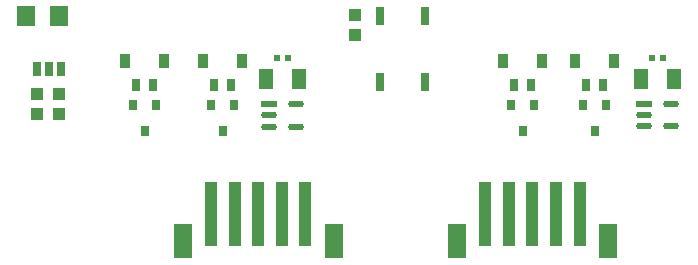
<source format=gtp>
G04*
G04 #@! TF.GenerationSoftware,Altium Limited,Altium Designer,23.3.1 (30)*
G04*
G04 Layer_Color=8421504*
%FSLAX26Y26*%
%MOIN*%
G70*
G04*
G04 #@! TF.SameCoordinates,CCAFB082-66E9-4EF7-9244-D7FC5D9F632E*
G04*
G04*
G04 #@! TF.FilePolarity,Positive*
G04*
G01*
G75*
%ADD17R,0.039370X0.216535*%
%ADD18R,0.062992X0.118110*%
%ADD19R,0.051181X0.070866*%
G04:AMPARAMS|DCode=20|XSize=52.688mil|YSize=22.754mil|CornerRadius=11.377mil|HoleSize=0mil|Usage=FLASHONLY|Rotation=0.000|XOffset=0mil|YOffset=0mil|HoleType=Round|Shape=RoundedRectangle|*
%AMROUNDEDRECTD20*
21,1,0.052688,0.000000,0,0,0.0*
21,1,0.029934,0.022754,0,0,0.0*
1,1,0.022754,0.014967,0.000000*
1,1,0.022754,-0.014967,0.000000*
1,1,0.022754,-0.014967,0.000000*
1,1,0.022754,0.014967,0.000000*
%
%ADD20ROUNDEDRECTD20*%
%ADD21R,0.052688X0.022754*%
G04:AMPARAMS|DCode=22|XSize=21.654mil|YSize=19.685mil|CornerRadius=2.461mil|HoleSize=0mil|Usage=FLASHONLY|Rotation=90.000|XOffset=0mil|YOffset=0mil|HoleType=Round|Shape=RoundedRectangle|*
%AMROUNDEDRECTD22*
21,1,0.021654,0.014764,0,0,90.0*
21,1,0.016732,0.019685,0,0,90.0*
1,1,0.004921,0.007382,0.008366*
1,1,0.004921,0.007382,-0.008366*
1,1,0.004921,-0.007382,-0.008366*
1,1,0.004921,-0.007382,0.008366*
%
%ADD22ROUNDEDRECTD22*%
%ADD23R,0.030000X0.060000*%
%ADD24R,0.035827X0.048032*%
%ADD25R,0.062990X0.070870*%
%ADD26R,0.031496X0.035433*%
%ADD27R,0.031496X0.039370*%
%ADD28R,0.039370X0.043310*%
%ADD29R,0.025000X0.050000*%
D17*
X811260Y210000D02*
D03*
X890000D02*
D03*
X1047480D02*
D03*
X1126220D02*
D03*
X968740D02*
D03*
X1725040D02*
D03*
X1803780D02*
D03*
X1961260D02*
D03*
X2040000D02*
D03*
X1882520D02*
D03*
D18*
X1220708Y121418D02*
D03*
X716772D02*
D03*
X2134488D02*
D03*
X1630552D02*
D03*
D19*
X994882Y660000D02*
D03*
X1105118D02*
D03*
X2244882D02*
D03*
X2355118D02*
D03*
D20*
X1093946Y577402D02*
D03*
Y502598D02*
D03*
X1006054D02*
D03*
Y540000D02*
D03*
X2343946Y578268D02*
D03*
Y503464D02*
D03*
X2256054D02*
D03*
Y540866D02*
D03*
D21*
X1006054Y577402D02*
D03*
X2256054Y578268D02*
D03*
D22*
X1067716Y730000D02*
D03*
X1032284D02*
D03*
X2317716D02*
D03*
X2282284D02*
D03*
D23*
X1525000Y870000D02*
D03*
Y650000D02*
D03*
X1375000Y870000D02*
D03*
Y650000D02*
D03*
D24*
X525630Y720000D02*
D03*
X654370D02*
D03*
X785630D02*
D03*
X914370D02*
D03*
X1785630D02*
D03*
X1914370D02*
D03*
X2025630D02*
D03*
X2154370D02*
D03*
D25*
X194880Y870000D02*
D03*
X305120D02*
D03*
D26*
X850000Y486692D02*
D03*
X810630Y573308D02*
D03*
X889370D02*
D03*
X2090000Y486692D02*
D03*
X2050630Y573308D02*
D03*
X2129370D02*
D03*
X590000Y486692D02*
D03*
X550630Y573308D02*
D03*
X629370D02*
D03*
X1850000Y486692D02*
D03*
X1810630Y573308D02*
D03*
X1889370D02*
D03*
D27*
X879528Y640000D02*
D03*
X820472D02*
D03*
X2119528D02*
D03*
X2060472D02*
D03*
X619528D02*
D03*
X560472D02*
D03*
X1879528D02*
D03*
X1820472D02*
D03*
D28*
X1290000Y806540D02*
D03*
Y873460D02*
D03*
X303770Y612490D02*
D03*
Y545570D02*
D03*
X230510Y610490D02*
D03*
Y543570D02*
D03*
D29*
X230000Y695000D02*
D03*
X270000D02*
D03*
X310000D02*
D03*
M02*

</source>
